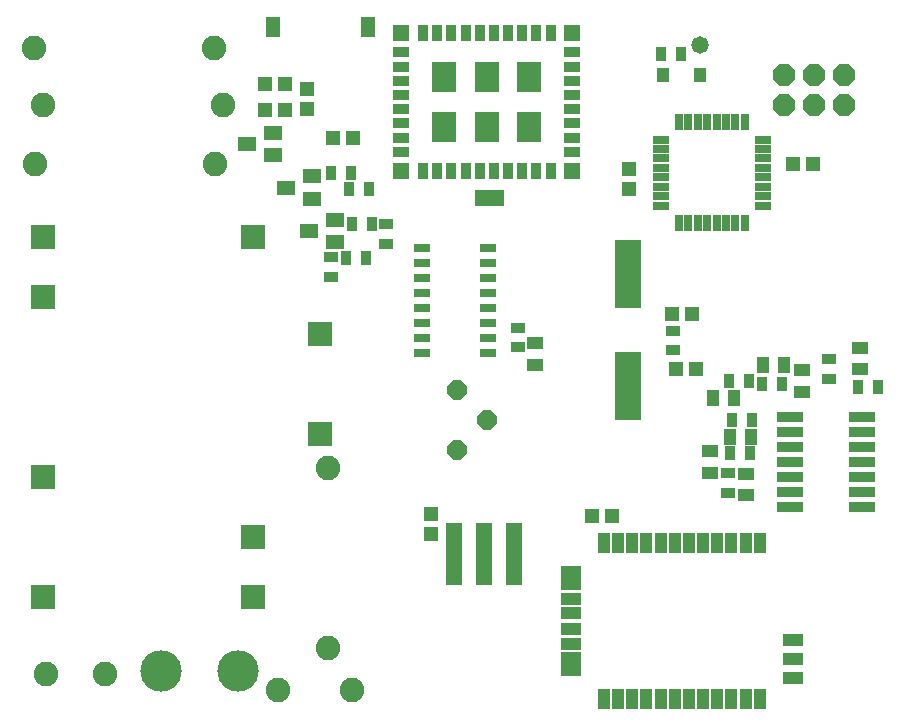
<source format=gts>
G75*
%MOIN*%
%OFA0B0*%
%FSLAX25Y25*%
%IPPOS*%
%LPD*%
%AMOC8*
5,1,8,0,0,1.08239X$1,22.5*
%
%ADD10C,0.05800*%
%ADD11R,0.04737X0.06706*%
%ADD12R,0.03950X0.05524*%
%ADD13R,0.05524X0.03950*%
%ADD14R,0.05131X0.04737*%
%ADD15R,0.04737X0.05131*%
%ADD16C,0.08200*%
%ADD17R,0.04343X0.04540*%
%ADD18C,0.13800*%
%ADD19R,0.06312X0.04737*%
%ADD20R,0.03800X0.04500*%
%ADD21R,0.04500X0.03800*%
%ADD22R,0.03300X0.05800*%
%ADD23OC8,0.06400*%
%ADD24R,0.07924X0.07924*%
%ADD25R,0.09100X0.22800*%
%ADD26OC8,0.07400*%
%ADD27R,0.03950X0.07099*%
%ADD28R,0.07099X0.03950*%
%ADD29R,0.05524X0.03162*%
%ADD30R,0.03556X0.05524*%
%ADD31R,0.05524X0.03556*%
%ADD32R,0.08280X0.10249*%
%ADD33R,0.05524X0.05524*%
%ADD34R,0.05721X0.02769*%
%ADD35R,0.02769X0.05721*%
%ADD36R,0.05800X0.20800*%
%ADD37R,0.08800X0.03400*%
D10*
X0233300Y0226800D03*
D11*
X0122548Y0232800D03*
X0091052Y0232800D03*
D12*
X0237757Y0109300D03*
X0244843Y0109300D03*
X0243257Y0096300D03*
X0250343Y0096300D03*
X0254257Y0120300D03*
X0261343Y0120300D03*
D13*
X0267300Y0118343D03*
X0267300Y0111257D03*
X0286800Y0118757D03*
X0286800Y0125843D03*
X0236800Y0091343D03*
X0236800Y0084257D03*
X0248800Y0083843D03*
X0248800Y0076757D03*
X0178300Y0120257D03*
X0178300Y0127343D03*
D14*
X0223954Y0137300D03*
X0230646Y0137300D03*
X0232146Y0118800D03*
X0225454Y0118800D03*
X0204146Y0069800D03*
X0197454Y0069800D03*
X0264454Y0187300D03*
X0271146Y0187300D03*
X0117646Y0195800D03*
X0110954Y0195800D03*
X0095146Y0205300D03*
X0088454Y0205300D03*
X0088454Y0213800D03*
X0095146Y0213800D03*
D15*
X0102300Y0212146D03*
X0102300Y0205454D03*
X0209800Y0185646D03*
X0209800Y0178954D03*
X0143800Y0070646D03*
X0143800Y0063954D03*
D16*
X0015457Y0017300D03*
X0035143Y0017300D03*
X0092800Y0011800D03*
X0109300Y0025800D03*
X0117300Y0011800D03*
X0109300Y0085800D03*
X0071800Y0187300D03*
X0074300Y0206800D03*
X0071300Y0225800D03*
X0014300Y0206800D03*
X0011300Y0225800D03*
X0011800Y0187300D03*
D17*
X0221099Y0216800D03*
X0233501Y0216800D03*
D18*
X0079300Y0018300D03*
X0053800Y0018300D03*
D19*
X0111631Y0161060D03*
X0111631Y0168540D03*
X0102969Y0164800D03*
X0104131Y0175560D03*
X0104131Y0183040D03*
X0095469Y0179300D03*
X0091131Y0190060D03*
X0091131Y0197540D03*
X0082469Y0193800D03*
D20*
X0110500Y0184300D03*
X0116500Y0178800D03*
X0117100Y0184300D03*
X0123100Y0178800D03*
X0124100Y0167300D03*
X0117500Y0167300D03*
X0115500Y0155800D03*
X0122100Y0155800D03*
X0220500Y0223800D03*
X0227100Y0223800D03*
X0243000Y0114800D03*
X0249600Y0114800D03*
X0254000Y0113800D03*
X0260600Y0113800D03*
X0250600Y0101800D03*
X0244000Y0101800D03*
X0243500Y0090800D03*
X0250100Y0090800D03*
X0286000Y0112800D03*
X0292600Y0112800D03*
D21*
X0276300Y0115500D03*
X0276300Y0122100D03*
X0242800Y0084100D03*
X0242800Y0077500D03*
X0224300Y0125000D03*
X0224300Y0131600D03*
X0172800Y0132600D03*
X0172800Y0126000D03*
X0128800Y0160500D03*
X0128800Y0167100D03*
X0110300Y0156100D03*
X0110300Y0149500D03*
D22*
X0160100Y0175800D03*
X0163300Y0175800D03*
X0166500Y0175800D03*
D23*
X0152300Y0111800D03*
X0162300Y0101800D03*
X0152300Y0091800D03*
D24*
X0106800Y0097050D03*
X0106800Y0130550D03*
X0084300Y0162800D03*
X0014300Y0162800D03*
X0014300Y0142800D03*
X0014300Y0082800D03*
X0014300Y0042800D03*
X0084300Y0042800D03*
X0084300Y0062800D03*
D25*
X0209300Y0113100D03*
X0209300Y0150500D03*
D26*
X0261300Y0206800D03*
X0271300Y0206800D03*
X0281300Y0206800D03*
X0281300Y0216800D03*
X0271300Y0216800D03*
X0261300Y0216800D03*
D27*
X0253284Y0060784D03*
X0248560Y0060784D03*
X0243835Y0060784D03*
X0239111Y0060784D03*
X0234387Y0060784D03*
X0229662Y0060784D03*
X0224938Y0060784D03*
X0220213Y0060784D03*
X0215489Y0060784D03*
X0210765Y0060784D03*
X0206040Y0060784D03*
X0201316Y0060784D03*
X0201316Y0008816D03*
X0206040Y0008816D03*
X0210765Y0008816D03*
X0215489Y0008816D03*
X0220213Y0008816D03*
X0224938Y0008816D03*
X0229662Y0008816D03*
X0234387Y0008816D03*
X0239111Y0008816D03*
X0243835Y0008816D03*
X0248560Y0008816D03*
X0253284Y0008816D03*
D28*
X0264308Y0015902D03*
X0264308Y0022202D03*
X0264308Y0028501D03*
X0190292Y0027320D03*
X0190292Y0032044D03*
X0190292Y0037556D03*
X0190292Y0042280D03*
X0190292Y0047005D03*
X0190292Y0051029D03*
X0190292Y0022595D03*
X0190292Y0018571D03*
D29*
X0162824Y0124300D03*
X0162824Y0129300D03*
X0162824Y0134300D03*
X0162824Y0139300D03*
X0162824Y0144300D03*
X0162824Y0149300D03*
X0162824Y0154300D03*
X0162824Y0159300D03*
X0140776Y0159300D03*
X0140776Y0154300D03*
X0140776Y0149300D03*
X0140776Y0144300D03*
X0140776Y0139300D03*
X0140776Y0134300D03*
X0140776Y0129300D03*
X0140776Y0124300D03*
D30*
X0141040Y0184769D03*
X0145765Y0184769D03*
X0150489Y0184769D03*
X0155213Y0184769D03*
X0159938Y0184769D03*
X0164662Y0184769D03*
X0169387Y0184769D03*
X0174111Y0184769D03*
X0178835Y0184769D03*
X0183560Y0184769D03*
X0183560Y0230831D03*
X0178835Y0230831D03*
X0174111Y0230831D03*
X0169387Y0230831D03*
X0164662Y0230831D03*
X0159938Y0230831D03*
X0155213Y0230831D03*
X0150489Y0230831D03*
X0145765Y0230831D03*
X0141040Y0230831D03*
D31*
X0133757Y0224335D03*
X0133757Y0219611D03*
X0133757Y0214887D03*
X0133757Y0210162D03*
X0133757Y0205438D03*
X0133757Y0200713D03*
X0133757Y0195989D03*
X0133757Y0191265D03*
X0190843Y0191265D03*
X0190843Y0195989D03*
X0190843Y0200713D03*
X0190843Y0205438D03*
X0190843Y0210162D03*
X0190843Y0214887D03*
X0190843Y0219611D03*
X0190843Y0224335D03*
D32*
X0176473Y0216265D03*
X0162300Y0216265D03*
X0148127Y0216265D03*
X0148127Y0199335D03*
X0162300Y0199335D03*
X0176473Y0199335D03*
D33*
X0190843Y0184769D03*
X0133757Y0184769D03*
X0133757Y0230831D03*
X0190843Y0230831D03*
D34*
X0220400Y0195324D03*
X0220400Y0192174D03*
X0220400Y0189024D03*
X0220400Y0185875D03*
X0220400Y0182725D03*
X0220400Y0179576D03*
X0220400Y0176426D03*
X0220400Y0173276D03*
X0254200Y0173276D03*
X0254200Y0176426D03*
X0254200Y0179576D03*
X0254200Y0182725D03*
X0254200Y0185875D03*
X0254200Y0189024D03*
X0254200Y0192174D03*
X0254200Y0195324D03*
D35*
X0248324Y0201200D03*
X0245174Y0201200D03*
X0242024Y0201200D03*
X0238875Y0201200D03*
X0235725Y0201200D03*
X0232576Y0201200D03*
X0229426Y0201200D03*
X0226276Y0201200D03*
X0226276Y0167400D03*
X0229426Y0167400D03*
X0232576Y0167400D03*
X0235725Y0167400D03*
X0238875Y0167400D03*
X0242024Y0167400D03*
X0245174Y0167400D03*
X0248324Y0167400D03*
D36*
X0171300Y0057050D03*
X0161300Y0057050D03*
X0151300Y0057050D03*
D37*
X0263200Y0072800D03*
X0263200Y0077800D03*
X0263200Y0082800D03*
X0263200Y0087800D03*
X0263200Y0092800D03*
X0263200Y0097800D03*
X0263200Y0102800D03*
X0287400Y0102800D03*
X0287400Y0097800D03*
X0287400Y0092800D03*
X0287400Y0087800D03*
X0287400Y0082800D03*
X0287400Y0077800D03*
X0287400Y0072800D03*
M02*

</source>
